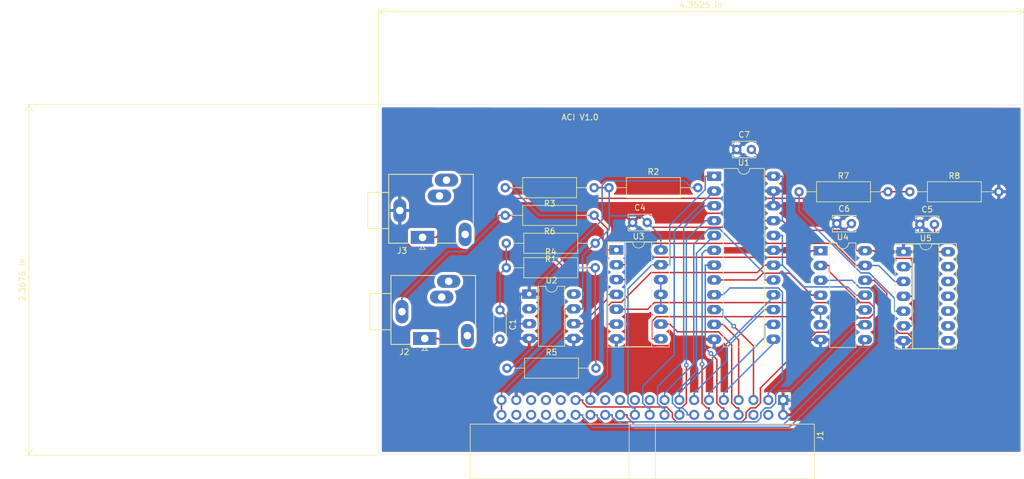
<source format=kicad_pcb>
(kicad_pcb (version 20171130) (host pcbnew "(5.1.5)-3")
  (layers (0 F.Cu signal) (31 B.Cu signal) (34 B.Paste user) (35 F.Paste user) (36 B.SilkS user) (37 F.SilkS user) (38 B.Mask user) (39 F.Mask user) (44 Edge.Cuts user))
  (net 0 "")
  (net 1 "Net-(C1-Pad2)")
  (net 2 "Net-(C1-Pad1)")
  (net 3 5V)
  (net 4 GND)
  (net 5 /A11)
  (net 6 ~4KCS)
  (net 7 /A10)
  (net 8 CLK1)
  (net 9 /A9)
  (net 10 /A8)
  (net 11 /A7)
  (net 12 /A6)
  (net 13 /A5)
  (net 14 /D7)
  (net 15 /A4)
  (net 16 /D6)
  (net 17 /A3)
  (net 18 /D5)
  (net 19 /A2)
  (net 20 /D4)
  (net 21 /A1)
  (net 22 /D3)
  (net 23 A0)
  (net 24 /D2)
  (net 25 /D1)
  (net 26 /D0)
  (net 27 "Net-(J2-PadS)")
  (net 28 "Net-(J3-PadT)")
  (net 29 "Net-(R2-Pad2)")
  (net 30 AUDIO_OUT)
  (net 31 "Net-(R7-Pad1)")
  (net 32 ~CS)
  (net 33 A00)
  (net 34 "Net-(U3-Pad10)")
  (net 35 "Net-(U3-Pad5)")
  (net 36 "Net-(U3-Pad3)")
  (net 37 "Net-(U3-Pad2)")
  (net 38 "Net-(U3-Pad8)")
  (net 39 "Net-(U5-Pad2)")
  (module Connector_IDC:IDC-Header_2x20_P2.54mm_Horizontal (layer F.Cu) (at 145.098 130.112 270)
    (fp_text reference J1 (at 6.105 -6.35 90) (layer F.SilkS))
    (fp_text value SystemBus)
    (pad 40 thru_hole oval (at 2.54 48.26 270) (size 1.7272 1.7272) (drill 1.016) (layers *.Cu *.Mask) (net 3 5V))
    (pad 39 thru_hole oval (at 0 48.26 270) (size 1.7272 1.7272) (drill 1.016) (layers *.Cu *.Mask) (net 3 5V))
    (pad 38 thru_hole oval (at 2.54 45.72 270) (size 1.7272 1.7272) (drill 1.016) (layers *.Cu *.Mask))
    (pad 37 thru_hole oval (at 0 45.72 270) (size 1.7272 1.7272) (drill 1.016) (layers *.Cu *.Mask) (net 4 GND))
    (pad 36 thru_hole oval (at 2.54 43.18 270) (size 1.7272 1.7272) (drill 1.016) (layers *.Cu *.Mask))
    (pad 35 thru_hole oval (at 0 43.18 270) (size 1.7272 1.7272) (drill 1.016) (layers *.Cu *.Mask))
    (pad 34 thru_hole oval (at 2.54 40.64 270) (size 1.7272 1.7272) (drill 1.016) (layers *.Cu *.Mask))
    (pad 33 thru_hole oval (at 0 40.64 270) (size 1.7272 1.7272) (drill 1.016) (layers *.Cu *.Mask))
    (pad 32 thru_hole oval (at 2.54 38.1 270) (size 1.7272 1.7272) (drill 1.016) (layers *.Cu *.Mask))
    (pad 31 thru_hole oval (at 0 38.1 270) (size 1.7272 1.7272) (drill 1.016) (layers *.Cu *.Mask))
    (pad 30 thru_hole oval (at 2.54 35.56 270) (size 1.7272 1.7272) (drill 1.016) (layers *.Cu *.Mask) (net 5 /A11))
    (pad 29 thru_hole oval (at 0 35.56 270) (size 1.7272 1.7272) (drill 1.016) (layers *.Cu *.Mask) (net 6 ~4KCS))
    (pad 28 thru_hole oval (at 2.54 33.02 270) (size 1.7272 1.7272) (drill 1.016) (layers *.Cu *.Mask) (net 7 /A10))
    (pad 27 thru_hole oval (at 0 33.02 270) (size 1.7272 1.7272) (drill 1.016) (layers *.Cu *.Mask) (net 8 CLK1))
    (pad 26 thru_hole oval (at 2.54 30.48 270) (size 1.7272 1.7272) (drill 1.016) (layers *.Cu *.Mask) (net 9 /A9))
    (pad 25 thru_hole oval (at 0 30.48 270) (size 1.7272 1.7272) (drill 1.016) (layers *.Cu *.Mask))
    (pad 24 thru_hole oval (at 2.54 27.94 270) (size 1.7272 1.7272) (drill 1.016) (layers *.Cu *.Mask) (net 10 /A8))
    (pad 23 thru_hole oval (at 0 27.94 270) (size 1.7272 1.7272) (drill 1.016) (layers *.Cu *.Mask))
    (pad 22 thru_hole oval (at 2.54 25.4 270) (size 1.7272 1.7272) (drill 1.016) (layers *.Cu *.Mask) (net 11 /A7))
    (pad 21 thru_hole oval (at 0 25.4 270) (size 1.7272 1.7272) (drill 1.016) (layers *.Cu *.Mask))
    (pad 20 thru_hole oval (at 2.54 22.86 270) (size 1.7272 1.7272) (drill 1.016) (layers *.Cu *.Mask) (net 12 /A6))
    (pad 19 thru_hole oval (at 0 22.86 270) (size 1.7272 1.7272) (drill 1.016) (layers *.Cu *.Mask))
    (pad 18 thru_hole oval (at 2.54 20.32 270) (size 1.7272 1.7272) (drill 1.016) (layers *.Cu *.Mask) (net 13 /A5))
    (pad 17 thru_hole oval (at 0 20.32 270) (size 1.7272 1.7272) (drill 1.016) (layers *.Cu *.Mask) (net 14 /D7))
    (pad 16 thru_hole oval (at 2.54 17.78 270) (size 1.7272 1.7272) (drill 1.016) (layers *.Cu *.Mask) (net 15 /A4))
    (pad 15 thru_hole oval (at 0 17.78 270) (size 1.7272 1.7272) (drill 1.016) (layers *.Cu *.Mask) (net 16 /D6))
    (pad 14 thru_hole oval (at 2.54 15.24 270) (size 1.7272 1.7272) (drill 1.016) (layers *.Cu *.Mask) (net 17 /A3))
    (pad 13 thru_hole oval (at 0 15.24 270) (size 1.7272 1.7272) (drill 1.016) (layers *.Cu *.Mask) (net 18 /D5))
    (pad 12 thru_hole oval (at 2.54 12.7 270) (size 1.7272 1.7272) (drill 1.016) (layers *.Cu *.Mask) (net 19 /A2))
    (pad 11 thru_hole oval (at 0 12.7 270) (size 1.7272 1.7272) (drill 1.016) (layers *.Cu *.Mask) (net 20 /D4))
    (pad 10 thru_hole oval (at 2.54 10.16 270) (size 1.7272 1.7272) (drill 1.016) (layers *.Cu *.Mask) (net 21 /A1))
    (pad 9 thru_hole oval (at 0 10.16 270) (size 1.7272 1.7272) (drill 1.016) (layers *.Cu *.Mask) (net 22 /D3))
    (pad 8 thru_hole oval (at 2.54 7.62 270) (size 1.7272 1.7272) (drill 1.016) (layers *.Cu *.Mask) (net 23 A0))
    (pad 7 thru_hole oval (at 0 7.62 270) (size 1.7272 1.7272) (drill 1.016) (layers *.Cu *.Mask) (net 24 /D2))
    (pad 6 thru_hole oval (at 2.54 5.08 270) (size 1.7272 1.7272) (drill 1.016) (layers *.Cu *.Mask))
    (pad 5 thru_hole oval (at 0 5.08 270) (size 1.7272 1.7272) (drill 1.016) (layers *.Cu *.Mask) (net 25 /D1))
    (pad 4 thru_hole oval (at 2.54 2.54 270) (size 1.7272 1.7272) (drill 1.016) (layers *.Cu *.Mask))
    (pad 3 thru_hole oval (at 0 2.54 270) (size 1.7272 1.7272) (drill 1.016) (layers *.Cu *.Mask) (net 26 /D0))
    (pad 2 thru_hole oval (at 2.54 0 270) (size 1.7272 1.7272) (drill 1.016) (layers *.Cu *.Mask) (net 4 GND))
    (pad 1 thru_hole rect (at 0 0 270) (size 1.7272 1.7272) (drill 1.016) (layers *.Cu *.Mask) (net 4 GND))
  )
  (module Capacitor_THT:C_Disc_D3.8mm_W2.6mm_P2.50mm (layer F.Cu) (at 137.16 87.1855)
    (fp_text reference C7 (at 1.25 -2.55) (layer F.SilkS))
    (fp_text value 10n)
    (pad 2 thru_hole circle (at 2.5 0) (size 1.6 1.6) (drill 0.8) (layers *.Cu *.Mask) (net 3 5V))
    (pad 1 thru_hole circle (at 0 0) (size 1.6 1.6) (drill 0.8) (layers *.Cu *.Mask) (net 4 GND))
  )
  (module Package_DIP:DIP-14_W7.62mm_Socket_LongPads (layer F.Cu) (at 165.735 104.712)
    (fp_text reference U5 (at 3.81 -2.33) (layer F.SilkS))
    (fp_text value 74LS74)
    (pad 14 thru_hole oval (at 7.62 0) (size 2.4 1.6) (drill 0.8) (layers *.Cu *.Mask) (net 3 5V))
    (pad 7 thru_hole oval (at 0 15.24) (size 2.4 1.6) (drill 0.8) (layers *.Cu *.Mask) (net 4 GND))
    (pad 13 thru_hole oval (at 7.62 2.54) (size 2.4 1.6) (drill 0.8) (layers *.Cu *.Mask))
    (pad 6 thru_hole oval (at 0 12.7) (size 2.4 1.6) (drill 0.8) (layers *.Cu *.Mask) (net 39 "Net-(U5-Pad2)"))
    (pad 12 thru_hole oval (at 7.62 5.08) (size 2.4 1.6) (drill 0.8) (layers *.Cu *.Mask))
    (pad 5 thru_hole oval (at 0 10.16) (size 2.4 1.6) (drill 0.8) (layers *.Cu *.Mask) (net 31 "Net-(R7-Pad1)"))
    (pad 11 thru_hole oval (at 7.62 7.62) (size 2.4 1.6) (drill 0.8) (layers *.Cu *.Mask))
    (pad 4 thru_hole oval (at 0 7.62) (size 2.4 1.6) (drill 0.8) (layers *.Cu *.Mask) (net 3 5V))
    (pad 10 thru_hole oval (at 7.62 10.16) (size 2.4 1.6) (drill 0.8) (layers *.Cu *.Mask))
    (pad 3 thru_hole oval (at 0 5.08) (size 2.4 1.6) (drill 0.8) (layers *.Cu *.Mask) (net 37 "Net-(U3-Pad2)"))
    (pad 9 thru_hole oval (at 7.62 12.7) (size 2.4 1.6) (drill 0.8) (layers *.Cu *.Mask))
    (pad 2 thru_hole oval (at 0 2.54) (size 2.4 1.6) (drill 0.8) (layers *.Cu *.Mask) (net 39 "Net-(U5-Pad2)"))
    (pad 8 thru_hole oval (at 7.62 15.24) (size 2.4 1.6) (drill 0.8) (layers *.Cu *.Mask))
    (pad 1 thru_hole rect (at 0 0) (size 2.4 1.6) (drill 0.8) (layers *.Cu *.Mask) (net 4 GND))
  )
  (module Package_DIP:DIP-14_W7.62mm_LongPads (layer F.Cu) (at 151.511 104.521)
    (fp_text reference U4 (at 3.81 -2.33) (layer F.SilkS))
    (fp_text value 74LS02)
    (pad 14 thru_hole oval (at 7.62 0) (size 2.4 1.6) (drill 0.8) (layers *.Cu *.Mask) (net 3 5V))
    (pad 7 thru_hole oval (at 0 15.24) (size 2.4 1.6) (drill 0.8) (layers *.Cu *.Mask) (net 4 GND))
    (pad 13 thru_hole oval (at 7.62 2.54) (size 2.4 1.6) (drill 0.8) (layers *.Cu *.Mask) (net 37 "Net-(U3-Pad2)"))
    (pad 6 thru_hole oval (at 0 12.7) (size 2.4 1.6) (drill 0.8) (layers *.Cu *.Mask) (net 38 "Net-(U3-Pad8)"))
    (pad 12 thru_hole oval (at 7.62 5.08) (size 2.4 1.6) (drill 0.8) (layers *.Cu *.Mask) (net 10 /A8))
    (pad 5 thru_hole oval (at 0 10.16) (size 2.4 1.6) (drill 0.8) (layers *.Cu *.Mask) (net 38 "Net-(U3-Pad8)"))
    (pad 11 thru_hole oval (at 7.62 7.62) (size 2.4 1.6) (drill 0.8) (layers *.Cu *.Mask) (net 32 ~CS))
    (pad 4 thru_hole oval (at 0 7.62) (size 2.4 1.6) (drill 0.8) (layers *.Cu *.Mask) (net 33 A00))
    (pad 10 thru_hole oval (at 7.62 10.16) (size 2.4 1.6) (drill 0.8) (layers *.Cu *.Mask) (net 35 "Net-(U3-Pad5)"))
    (pad 3 thru_hole oval (at 0 5.08) (size 2.4 1.6) (drill 0.8) (layers *.Cu *.Mask) (net 5 /A11))
    (pad 9 thru_hole oval (at 7.62 12.7) (size 2.4 1.6) (drill 0.8) (layers *.Cu *.Mask) (net 9 /A9))
    (pad 2 thru_hole oval (at 0 2.54) (size 2.4 1.6) (drill 0.8) (layers *.Cu *.Mask) (net 6 ~4KCS))
    (pad 8 thru_hole oval (at 7.62 15.24) (size 2.4 1.6) (drill 0.8) (layers *.Cu *.Mask) (net 7 /A10))
    (pad 1 thru_hole rect (at 0 0) (size 2.4 1.6) (drill 0.8) (layers *.Cu *.Mask) (net 36 "Net-(U3-Pad3)"))
  )
  (module Package_DIP:DIP-14_W7.62mm_Socket_LongPads (layer F.Cu) (at 116.522 104.394)
    (fp_text reference U3 (at 3.81 -2.33) (layer F.SilkS))
    (fp_text value 74LS10)
    (pad 14 thru_hole oval (at 7.62 0) (size 2.4 1.6) (drill 0.8) (layers *.Cu *.Mask) (net 3 5V))
    (pad 7 thru_hole oval (at 0 15.24) (size 2.4 1.6) (drill 0.8) (layers *.Cu *.Mask) (net 4 GND))
    (pad 13 thru_hole oval (at 7.62 2.54) (size 2.4 1.6) (drill 0.8) (layers *.Cu *.Mask) (net 11 /A7))
    (pad 6 thru_hole oval (at 0 12.7) (size 2.4 1.6) (drill 0.8) (layers *.Cu *.Mask) (net 32 ~CS))
    (pad 12 thru_hole oval (at 7.62 5.08) (size 2.4 1.6) (drill 0.8) (layers *.Cu *.Mask) (net 34 "Net-(U3-Pad10)"))
    (pad 5 thru_hole oval (at 0 10.16) (size 2.4 1.6) (drill 0.8) (layers *.Cu *.Mask) (net 35 "Net-(U3-Pad5)"))
    (pad 11 thru_hole oval (at 7.62 7.62) (size 2.4 1.6) (drill 0.8) (layers *.Cu *.Mask) (net 34 "Net-(U3-Pad10)"))
    (pad 4 thru_hole oval (at 0 7.62) (size 2.4 1.6) (drill 0.8) (layers *.Cu *.Mask) (net 8 CLK1))
    (pad 10 thru_hole oval (at 7.62 10.16) (size 2.4 1.6) (drill 0.8) (layers *.Cu *.Mask) (net 34 "Net-(U3-Pad10)"))
    (pad 3 thru_hole oval (at 0 5.08) (size 2.4 1.6) (drill 0.8) (layers *.Cu *.Mask) (net 36 "Net-(U3-Pad3)"))
    (pad 9 thru_hole oval (at 7.62 12.7) (size 2.4 1.6) (drill 0.8) (layers *.Cu *.Mask) (net 23 A0))
    (pad 2 thru_hole oval (at 0 2.54) (size 2.4 1.6) (drill 0.8) (layers *.Cu *.Mask) (net 37 "Net-(U3-Pad2)"))
    (pad 8 thru_hole oval (at 7.62 15.24) (size 2.4 1.6) (drill 0.8) (layers *.Cu *.Mask) (net 38 "Net-(U3-Pad8)"))
    (pad 1 thru_hole rect (at 0 0) (size 2.4 1.6) (drill 0.8) (layers *.Cu *.Mask) (net 30 AUDIO_OUT))
  )
  (module Package_DIP:DIP-8_W7.62mm_LongPads (layer F.Cu) (at 101.6 111.95)
    (fp_text reference U2 (at 3.81 -2.33) (layer F.SilkS))
    (fp_text value LM741)
    (pad 8 thru_hole oval (at 7.62 0) (size 2.4 1.6) (drill 0.8) (layers *.Cu *.Mask))
    (pad 4 thru_hole oval (at 0 7.62) (size 2.4 1.6) (drill 0.8) (layers *.Cu *.Mask) (net 4 GND))
    (pad 7 thru_hole oval (at 7.62 2.54) (size 2.4 1.6) (drill 0.8) (layers *.Cu *.Mask) (net 3 5V))
    (pad 3 thru_hole oval (at 0 5.08) (size 2.4 1.6) (drill 0.8) (layers *.Cu *.Mask) (net 2 "Net-(C1-Pad1)"))
    (pad 6 thru_hole oval (at 7.62 5.08) (size 2.4 1.6) (drill 0.8) (layers *.Cu *.Mask) (net 30 AUDIO_OUT))
    (pad 2 thru_hole oval (at 0 2.54) (size 2.4 1.6) (drill 0.8) (layers *.Cu *.Mask) (net 29 "Net-(R2-Pad2)"))
    (pad 5 thru_hole oval (at 7.62 7.62) (size 2.4 1.6) (drill 0.8) (layers *.Cu *.Mask) (net 4 GND))
    (pad 1 thru_hole rect (at 0 0) (size 2.4 1.6) (drill 0.8) (layers *.Cu *.Mask) (net 4 GND))
  )
  (module Package_DIP:DIP-24_W10.16mm_LongPads (layer F.Cu) (at 133.286 91.7575)
    (fp_text reference U1 (at 5.08 -2.33) (layer F.SilkS))
    (fp_text value AT28C16)
    (pad 24 thru_hole oval (at 10.16 0) (size 2.4 1.6) (drill 0.8) (layers *.Cu *.Mask) (net 3 5V))
    (pad 12 thru_hole oval (at 0 27.94) (size 2.4 1.6) (drill 0.8) (layers *.Cu *.Mask) (net 4 GND))
    (pad 23 thru_hole oval (at 10.16 2.54) (size 2.4 1.6) (drill 0.8) (layers *.Cu *.Mask) (net 4 GND))
    (pad 11 thru_hole oval (at 0 25.4) (size 2.4 1.6) (drill 0.8) (layers *.Cu *.Mask) (net 24 /D2))
    (pad 22 thru_hole oval (at 10.16 5.08) (size 2.4 1.6) (drill 0.8) (layers *.Cu *.Mask) (net 4 GND))
    (pad 10 thru_hole oval (at 0 22.86) (size 2.4 1.6) (drill 0.8) (layers *.Cu *.Mask) (net 25 /D1))
    (pad 21 thru_hole oval (at 10.16 7.62) (size 2.4 1.6) (drill 0.8) (layers *.Cu *.Mask) (net 3 5V))
    (pad 9 thru_hole oval (at 0 20.32) (size 2.4 1.6) (drill 0.8) (layers *.Cu *.Mask) (net 26 /D0))
    (pad 20 thru_hole oval (at 10.16 10.16) (size 2.4 1.6) (drill 0.8) (layers *.Cu *.Mask) (net 32 ~CS))
    (pad 8 thru_hole oval (at 0 17.78) (size 2.4 1.6) (drill 0.8) (layers *.Cu *.Mask) (net 33 A00))
    (pad 19 thru_hole oval (at 10.16 12.7) (size 2.4 1.6) (drill 0.8) (layers *.Cu *.Mask) (net 4 GND))
    (pad 7 thru_hole oval (at 0 15.24) (size 2.4 1.6) (drill 0.8) (layers *.Cu *.Mask) (net 21 /A1))
    (pad 18 thru_hole oval (at 10.16 15.24) (size 2.4 1.6) (drill 0.8) (layers *.Cu *.Mask) (net 32 ~CS))
    (pad 6 thru_hole oval (at 0 12.7) (size 2.4 1.6) (drill 0.8) (layers *.Cu *.Mask) (net 19 /A2))
    (pad 17 thru_hole oval (at 10.16 17.78) (size 2.4 1.6) (drill 0.8) (layers *.Cu *.Mask) (net 14 /D7))
    (pad 5 thru_hole oval (at 0 10.16) (size 2.4 1.6) (drill 0.8) (layers *.Cu *.Mask) (net 17 /A3))
    (pad 16 thru_hole oval (at 10.16 20.32) (size 2.4 1.6) (drill 0.8) (layers *.Cu *.Mask) (net 16 /D6))
    (pad 4 thru_hole oval (at 0 7.62) (size 2.4 1.6) (drill 0.8) (layers *.Cu *.Mask) (net 15 /A4))
    (pad 15 thru_hole oval (at 10.16 22.86) (size 2.4 1.6) (drill 0.8) (layers *.Cu *.Mask) (net 18 /D5))
    (pad 3 thru_hole oval (at 0 5.08) (size 2.4 1.6) (drill 0.8) (layers *.Cu *.Mask) (net 13 /A5))
    (pad 14 thru_hole oval (at 10.16 25.4) (size 2.4 1.6) (drill 0.8) (layers *.Cu *.Mask) (net 20 /D4))
    (pad 2 thru_hole oval (at 0 2.54) (size 2.4 1.6) (drill 0.8) (layers *.Cu *.Mask) (net 12 /A6))
    (pad 13 thru_hole oval (at 10.16 27.94) (size 2.4 1.6) (drill 0.8) (layers *.Cu *.Mask) (net 22 /D3))
    (pad 1 thru_hole rect (at 0 0) (size 2.4 1.6) (drill 0.8) (layers *.Cu *.Mask) (net 11 /A7))
  )
  (module Resistor_THT:R_Axial_DIN0309_L9.0mm_D3.2mm_P15.24mm_Horizontal (layer F.Cu) (at 166.814 94.4245)
    (fp_text reference R8 (at 7.62 -2.72) (layer F.SilkS))
    (fp_text value 10R)
    (pad 2 thru_hole oval (at 15.24 0) (size 1.6 1.6) (drill 0.8) (layers *.Cu *.Mask) (net 4 GND))
    (pad 1 thru_hole circle (at 0 0) (size 1.6 1.6) (drill 0.8) (layers *.Cu *.Mask) (net 28 "Net-(J3-PadT)"))
  )
  (module Resistor_THT:R_Axial_DIN0309_L9.0mm_D3.2mm_P15.24mm_Horizontal (layer F.Cu) (at 147.828 94.4245)
    (fp_text reference R7 (at 7.62 -2.72) (layer F.SilkS))
    (fp_text value 10K)
    (pad 2 thru_hole oval (at 15.24 0) (size 1.6 1.6) (drill 0.8) (layers *.Cu *.Mask) (net 28 "Net-(J3-PadT)"))
    (pad 1 thru_hole circle (at 0 0) (size 1.6 1.6) (drill 0.8) (layers *.Cu *.Mask) (net 31 "Net-(R7-Pad1)"))
  )
  (module Resistor_THT:R_Axial_DIN0309_L9.0mm_D3.2mm_P15.24mm_Horizontal (layer F.Cu) (at 112.713 98.4735 180)
    (fp_text reference R6 (at 7.62 -2.72) (layer F.SilkS))
    (fp_text value 47K)
    (pad 2 thru_hole oval (at 15.24 0 180) (size 1.6 1.6) (drill 0.8) (layers *.Cu *.Mask) (net 27 "Net-(J2-PadS)"))
    (pad 1 thru_hole circle (at 0 0 180) (size 1.6 1.6) (drill 0.8) (layers *.Cu *.Mask) (net 30 AUDIO_OUT))
  )
  (module Resistor_THT:R_Axial_DIN0309_L9.0mm_D3.2mm_P15.24mm_Horizontal (layer F.Cu) (at 97.79 124.65)
    (fp_text reference R5 (at 7.62 -2.72) (layer F.SilkS))
    (fp_text value 10K)
    (pad 2 thru_hole oval (at 15.24 0) (size 1.6 1.6) (drill 0.8) (layers *.Cu *.Mask) (net 27 "Net-(J2-PadS)"))
    (pad 1 thru_hole circle (at 0 0) (size 1.6 1.6) (drill 0.8) (layers *.Cu *.Mask) (net 29 "Net-(R2-Pad2)"))
  )
  (module Resistor_THT:R_Axial_DIN0309_L9.0mm_D3.2mm_P15.24mm_Horizontal (layer F.Cu) (at 97.663 107.442)
    (fp_text reference R4 (at 7.62 -2.72) (layer F.SilkS))
    (fp_text value 10K)
    (pad 2 thru_hole oval (at 15.24 0) (size 1.6 1.6) (drill 0.8) (layers *.Cu *.Mask) (net 27 "Net-(J2-PadS)"))
    (pad 1 thru_hole circle (at 0 0) (size 1.6 1.6) (drill 0.8) (layers *.Cu *.Mask) (net 2 "Net-(C1-Pad1)"))
  )
  (module Resistor_THT:R_Axial_DIN0309_L9.0mm_D3.2mm_P15.24mm_Horizontal (layer F.Cu) (at 112.713 93.7235 180)
    (fp_text reference R3 (at 7.62 -2.72) (layer F.SilkS))
    (fp_text value 3K)
    (pad 2 thru_hole oval (at 15.24 0 180) (size 1.6 1.6) (drill 0.8) (layers *.Cu *.Mask) (net 30 AUDIO_OUT))
    (pad 1 thru_hole circle (at 0 0 180) (size 1.6 1.6) (drill 0.8) (layers *.Cu *.Mask) (net 3 5V))
  )
  (module Resistor_THT:R_Axial_DIN0309_L9.0mm_D3.2mm_P15.24mm_Horizontal (layer F.Cu) (at 115.252 93.726)
    (fp_text reference R2 (at 7.62 -2.72) (layer F.SilkS))
    (fp_text value 10K)
    (pad 2 thru_hole oval (at 15.24 0) (size 1.6 1.6) (drill 0.8) (layers *.Cu *.Mask) (net 29 "Net-(R2-Pad2)"))
    (pad 1 thru_hole circle (at 0 0) (size 1.6 1.6) (drill 0.8) (layers *.Cu *.Mask) (net 3 5V))
  )
  (module Resistor_THT:R_Axial_DIN0309_L9.0mm_D3.2mm_P15.24mm_Horizontal (layer F.Cu) (at 112.903 103.251 180)
    (fp_text reference R1 (at 7.62 -2.72) (layer F.SilkS))
    (fp_text value 10K)
    (pad 2 thru_hole oval (at 15.24 0 180) (size 1.6 1.6) (drill 0.8) (layers *.Cu *.Mask) (net 2 "Net-(C1-Pad1)"))
    (pad 1 thru_hole circle (at 0 0 180) (size 1.6 1.6) (drill 0.8) (layers *.Cu *.Mask) (net 3 5V))
  )
  (module Connector_Audio:Jack_3.5mm_Ledino_KB3SPRS_Horizontal (layer F.Cu) (at 83.312 102.235)
    (fp_text reference J3 (at -3.5 2.3) (layer F.SilkS))
    (fp_text value "To Tape")
    (pad S thru_hole oval (at -3.9 -4.6) (size 2.2 4) (drill 1.3) (layers *.Cu *.Mask) (net 4 GND))
    (pad R thru_hole oval (at 4.1 -9.8) (size 4 2.2) (drill 1.3) (layers *.Cu *.Mask))
    (pad RN thru_hole oval (at 2.9 -7.1) (size 4 2.2) (drill 1.3) (layers *.Cu *.Mask))
    (pad TN thru_hole oval (at 7.3 -0.5 90) (size 4 2.2) (drill 1.3) (layers *.Cu *.Mask))
    (pad T thru_hole rect (at 0 0) (size 4 2.2) (drill 1.3) (layers *.Cu *.Mask) (net 28 "Net-(J3-PadT)"))
  )
  (module Connector_Audio:Jack_3.5mm_Ledino_KB3SPRS_Horizontal (layer F.Cu) (at 83.693 119.57)
    (fp_text reference J2 (at -3.5 2.3) (layer F.SilkS))
    (fp_text value "From Tape")
    (pad S thru_hole oval (at -3.9 -4.6) (size 2.2 4) (drill 1.3) (layers *.Cu *.Mask) (net 27 "Net-(J2-PadS)"))
    (pad R thru_hole oval (at 4.1 -9.8) (size 4 2.2) (drill 1.3) (layers *.Cu *.Mask))
    (pad RN thru_hole oval (at 2.9 -7.1) (size 4 2.2) (drill 1.3) (layers *.Cu *.Mask))
    (pad TN thru_hole oval (at 7.3 -0.5 90) (size 4 2.2) (drill 1.3) (layers *.Cu *.Mask))
    (pad T thru_hole rect (at 0 0) (size 4 2.2) (drill 1.3) (layers *.Cu *.Mask) (net 1 "Net-(C1-Pad2)"))
  )
  (module Capacitor_THT:C_Disc_D3.8mm_W2.6mm_P2.50mm (layer F.Cu) (at 154.305 99.8855)
    (fp_text reference C6 (at 1.25 -2.55) (layer F.SilkS))
    (fp_text value 10n)
    (pad 2 thru_hole circle (at 2.5 0) (size 1.6 1.6) (drill 0.8) (layers *.Cu *.Mask) (net 3 5V))
    (pad 1 thru_hole circle (at 0 0) (size 1.6 1.6) (drill 0.8) (layers *.Cu *.Mask) (net 4 GND))
  )
  (module Capacitor_THT:C_Disc_D3.8mm_W2.6mm_P2.50mm (layer F.Cu) (at 168.529 100.012)
    (fp_text reference C5 (at 1.25 -2.55) (layer F.SilkS))
    (fp_text value 10n)
    (pad 2 thru_hole circle (at 2.5 0) (size 1.6 1.6) (drill 0.8) (layers *.Cu *.Mask) (net 3 5V))
    (pad 1 thru_hole circle (at 0 0) (size 1.6 1.6) (drill 0.8) (layers *.Cu *.Mask) (net 4 GND))
  )
  (module Capacitor_THT:C_Disc_D3.8mm_W2.6mm_P2.50mm (layer F.Cu) (at 119.316 99.695)
    (fp_text reference C4 (at 1.25 -2.55) (layer F.SilkS))
    (fp_text value 10n)
    (pad 2 thru_hole circle (at 2.5 0) (size 1.6 1.6) (drill 0.8) (layers *.Cu *.Mask) (net 3 5V))
    (pad 1 thru_hole circle (at 0 0) (size 1.6 1.6) (drill 0.8) (layers *.Cu *.Mask) (net 4 GND))
  )
  (module Capacitor_THT:C_Disc_D4.3mm_W1.9mm_P5.00mm (layer F.Cu) (at 96.5835 114.681 270)
    (fp_text reference C1 (at 2.5 -2.2 90) (layer F.SilkS))
    (fp_text value 10n)
    (pad 2 thru_hole circle (at 5 0 270) (size 1.6 1.6) (drill 0.8) (layers *.Cu *.Mask) (net 1 "Net-(C1-Pad2)"))
    (pad 1 thru_hole circle (at 0 0 270) (size 1.6 1.6) (drill 0.8) (layers *.Cu *.Mask) (net 2 "Net-(C1-Pad1)"))
  )
  (gr_text "ACI V1.0" (at 110.2995 81.661) (layer F.SilkS) (effects (font (size 1 1))))
  (gr_line (start 186.309 139.5095) (end 75.819 139.5095) (layer Edge.Cuts) (width 0.05))
  (gr_line (start 75.819 79.4385) (end 186.309 79.502) (layer Edge.Cuts) (width 0.05))
  (gr_line (start 186.309 79.502) (end 186.309 139.5095) (layer Edge.Cuts) (width 0.05))
  (gr_line (start 75.819 79.4385) (end 75.819 139.5095) (layer Edge.Cuts) (width 0.05))
  (dimension 110.5535 (width 0.12) (layer F.SilkS) (gr_text "110.553 mm" (at 131.03225 62.2935) (layer F.SilkS) (effects (font (size 1 1) (thickness 0.15)))) (feature1 (pts (xy 186.309 79.502) (xy 186.309 62.977079))) (feature2 (pts (xy 75.7555 79.502) (xy 75.7555 62.977079))) (crossbar (pts (xy 75.7555 63.5635) (xy 186.309 63.5635))) (arrow1a (pts (xy 186.309 63.5635) (xy 185.182496 64.149921))) (arrow1b (pts (xy 186.309 63.5635) (xy 185.182496 62.977079))) (arrow2a (pts (xy 75.7555 63.5635) (xy 76.882004 64.149921))) (arrow2b (pts (xy 75.7555 63.5635) (xy 76.882004 62.977079))))
  (dimension 60.1345 (width 0.12) (layer F.SilkS) (gr_text "60.135 mm" (at 14.605 109.50575 90) (layer F.SilkS) (effects (font (size 1 1) (thickness 0.15)))) (feature1 (pts (xy 75.565 79.4385) (xy 15.288579 79.4385))) (feature2 (pts (xy 75.565 139.573) (xy 15.288579 139.573))) (crossbar (pts (xy 15.875 139.573) (xy 15.875 79.4385))) (arrow1a (pts (xy 15.875 79.4385) (xy 16.461421 80.565004))) (arrow1b (pts (xy 15.875 79.4385) (xy 15.288579 80.565004))) (arrow2a (pts (xy 15.875 139.573) (xy 16.461421 138.446496))) (arrow2b (pts (xy 15.875 139.573) (xy 15.288579 138.446496))))
  (segment (start 83.693 119.57) (end 86.0183 119.57) (width 0.25) (layer F.Cu) (net 1))
  (segment (start 96.5835 119.681) (end 94.8594 121.4051) (width 0.25) (layer F.Cu) (net 1))
  (segment (start 94.8594 121.4051) (end 87.8534 121.4051) (width 0.25) (layer F.Cu) (net 1))
  (segment (start 87.8534 121.4051) (end 86.0183 119.57) (width 0.25) (layer F.Cu) (net 1))
  (segment (start 96.5835 114.681) (end 96.5835 108.5215) (width 0.25) (layer B.Cu) (net 2))
  (segment (start 96.5835 108.5215) (end 97.663 107.442) (width 0.25) (layer B.Cu) (net 2))
  (segment (start 101.6 117.03) (end 98.9325 117.03) (width 0.25) (layer F.Cu) (net 2))
  (segment (start 98.9325 117.03) (end 96.5835 114.681) (width 0.25) (layer F.Cu) (net 2))
  (segment (start 97.663 103.251) (end 97.663 107.442) (width 0.25) (layer B.Cu) (net 2))
  (segment (start 112.903 103.251) (end 110.7453 105.4087) (width 0.25) (layer B.Cu) (net 3))
  (segment (start 110.7453 105.4087) (end 110.7453 114.49) (width 0.25) (layer B.Cu) (net 3))
  (segment (start 112.903 103.251) (end 115.2937 100.8603) (width 0.25) (layer B.Cu) (net 3))
  (segment (start 115.2937 100.8603) (end 115.2937 98.5552) (width 0.25) (layer B.Cu) (net 3))
  (segment (start 109.22 114.49) (end 110.7453 114.49) (width 0.25) (layer B.Cu) (net 3))
  (segment (start 143.446 99.3775) (end 141.9207 99.3775) (width 0.25) (layer F.Cu) (net 3))
  (segment (start 121.816 99.695) (end 122.6271 100.5061) (width 0.25) (layer F.Cu) (net 3))
  (segment (start 122.6271 100.5061) (end 140.7921 100.5061) (width 0.25) (layer F.Cu) (net 3))
  (segment (start 140.7921 100.5061) (end 141.9207 99.3775) (width 0.25) (layer F.Cu) (net 3))
  (segment (start 124.142 104.394) (end 124.142 102.021) (width 0.25) (layer B.Cu) (net 3))
  (segment (start 124.142 102.021) (end 121.816 99.695) (width 0.25) (layer B.Cu) (net 3))
  (segment (start 115.2937 98.5552) (end 120.6762 98.5552) (width 0.25) (layer B.Cu) (net 3))
  (segment (start 120.6762 98.5552) (end 121.816 99.695) (width 0.25) (layer B.Cu) (net 3))
  (segment (start 115.2937 98.5552) (end 115.2937 93.7677) (width 0.25) (layer B.Cu) (net 3))
  (segment (start 115.2937 93.7677) (end 115.252 93.726) (width 0.25) (layer B.Cu) (net 3))
  (segment (start 115.252 93.726) (end 112.7155 93.726) (width 0.25) (layer F.Cu) (net 3))
  (segment (start 112.7155 93.726) (end 112.713 93.7235) (width 0.25) (layer F.Cu) (net 3))
  (segment (start 171.8297 104.712) (end 171.029 103.9113) (width 0.25) (layer F.Cu) (net 3))
  (segment (start 171.029 103.9113) (end 171.029 100.012) (width 0.25) (layer F.Cu) (net 3))
  (segment (start 167.2603 105.8373) (end 170.7044 105.8373) (width 0.25) (layer F.Cu) (net 3))
  (segment (start 170.7044 105.8373) (end 171.8297 104.712) (width 0.25) (layer F.Cu) (net 3))
  (segment (start 160.6563 104.521) (end 161.9726 105.8373) (width 0.25) (layer F.Cu) (net 3))
  (segment (start 161.9726 105.8373) (end 167.2603 105.8373) (width 0.25) (layer F.Cu) (net 3))
  (segment (start 167.2603 105.8373) (end 167.2603 112.332) (width 0.25) (layer F.Cu) (net 3))
  (segment (start 165.735 112.332) (end 167.2603 112.332) (width 0.25) (layer F.Cu) (net 3))
  (segment (start 155.6502 101.0403) (end 146.6341 101.0403) (width 0.25) (layer F.Cu) (net 3))
  (segment (start 146.6341 101.0403) (end 144.9713 99.3775) (width 0.25) (layer F.Cu) (net 3))
  (segment (start 156.805 99.8855) (end 155.6502 101.0403) (width 0.25) (layer F.Cu) (net 3))
  (segment (start 155.6502 101.0403) (end 157.6057 102.9958) (width 0.25) (layer F.Cu) (net 3))
  (segment (start 157.6057 102.9958) (end 157.6057 104.521) (width 0.25) (layer F.Cu) (net 3))
  (segment (start 159.131 104.521) (end 157.6057 104.521) (width 0.25) (layer F.Cu) (net 3))
  (segment (start 143.446 91.7575) (end 141.9207 91.7575) (width 0.25) (layer F.Cu) (net 3))
  (segment (start 141.9207 91.7575) (end 141.9207 89.4462) (width 0.25) (layer F.Cu) (net 3))
  (segment (start 141.9207 89.4462) (end 139.66 87.1855) (width 0.25) (layer F.Cu) (net 3))
  (segment (start 143.446 91.7575) (end 144.9713 91.7575) (width 0.25) (layer B.Cu) (net 3))
  (segment (start 143.446 99.3775) (end 144.9713 99.3775) (width 0.25) (layer B.Cu) (net 3))
  (segment (start 144.9713 99.3775) (end 144.9713 91.7575) (width 0.25) (layer B.Cu) (net 3))
  (segment (start 109.22 114.49) (end 107.6947 114.49) (width 0.25) (layer B.Cu) (net 3))
  (segment (start 107.6947 114.49) (end 107.6947 118.0664) (width 0.25) (layer B.Cu) (net 3))
  (segment (start 107.6947 118.0664) (end 96.838 128.9231) (width 0.25) (layer B.Cu) (net 3))
  (segment (start 96.838 130.112) (end 96.838 128.9231) (width 0.25) (layer B.Cu) (net 3))
  (segment (start 96.838 130.112) (end 96.838 132.652) (width 0.25) (layer F.Cu) (net 3))
  (segment (start 173.355 104.712) (end 171.8297 104.712) (width 0.25) (layer F.Cu) (net 3))
  (segment (start 159.131 104.521) (end 160.6563 104.521) (width 0.25) (layer F.Cu) (net 3))
  (segment (start 143.446 99.3775) (end 144.9713 99.3775) (width 0.25) (layer F.Cu) (net 3))
  (segment (start 133.286 119.6975) (end 131.7607 119.6975) (width 0.25) (layer F.Cu) (net 4))
  (segment (start 116.522 119.634) (end 118.0473 119.634) (width 0.25) (layer F.Cu) (net 4))
  (segment (start 118.0473 119.634) (end 119.1844 120.7711) (width 0.25) (layer F.Cu) (net 4))
  (segment (start 119.1844 120.7711) (end 130.6871 120.7711) (width 0.25) (layer F.Cu) (net 4))
  (segment (start 130.6871 120.7711) (end 131.7607 119.6975) (width 0.25) (layer F.Cu) (net 4))
  (segment (start 110.7453 119.57) (end 110.8093 119.634) (width 0.25) (layer F.Cu) (net 4))
  (segment (start 110.8093 119.634) (end 116.522 119.634) (width 0.25) (layer F.Cu) (net 4))
  (segment (start 165.735 104.712) (end 164.2097 104.712) (width 0.25) (layer B.Cu) (net 4))
  (segment (start 154.305 99.8855) (end 155.7483 101.3288) (width 0.25) (layer B.Cu) (net 4))
  (segment (start 155.7483 101.3288) (end 160.8265 101.3288) (width 0.25) (layer B.Cu) (net 4))
  (segment (start 160.8265 101.3288) (end 164.2097 104.712) (width 0.25) (layer B.Cu) (net 4))
  (segment (start 143.446 96.8375) (end 141.9207 96.8375) (width 0.25) (layer F.Cu) (net 4))
  (segment (start 119.316 99.695) (end 120.9035 98.1075) (width 0.25) (layer F.Cu) (net 4))
  (segment (start 120.9035 98.1075) (end 140.6507 98.1075) (width 0.25) (layer F.Cu) (net 4))
  (segment (start 140.6507 98.1075) (end 141.9207 96.8375) (width 0.25) (layer F.Cu) (net 4))
  (segment (start 101.6 119.57) (end 107.6947 119.57) (width 0.25) (layer F.Cu) (net 4))
  (segment (start 109.22 119.57) (end 107.6947 119.57) (width 0.25) (layer F.Cu) (net 4))
  (segment (start 101.6 119.57) (end 101.6 126.7011) (width 0.25) (layer F.Cu) (net 4))
  (segment (start 101.6 126.7011) (end 99.378 128.9231) (width 0.25) (layer F.Cu) (net 4))
  (segment (start 109.22 119.57) (end 110.7453 119.57) (width 0.25) (layer F.Cu) (net 4))
  (segment (start 152.987 120.9198) (end 152.987 123.4119) (width 0.25) (layer F.Cu) (net 4))
  (segment (start 152.987 123.4119) (end 146.2869 130.112) (width 0.25) (layer F.Cu) (net 4))
  (segment (start 152.9869 119.761) (end 152.987 119.761) (width 0.25) (layer F.Cu) (net 4))
  (segment (start 152.987 119.761) (end 152.987 120.9198) (width 0.25) (layer F.Cu) (net 4))
  (segment (start 164.2097 119.952) (end 163.2419 120.9198) (width 0.25) (layer F.Cu) (net 4))
  (segment (start 163.2419 120.9198) (end 152.987 120.9198) (width 0.25) (layer F.Cu) (net 4))
  (segment (start 165.735 119.952) (end 164.2097 119.952) (width 0.25) (layer F.Cu) (net 4))
  (segment (start 145.098 130.112) (end 146.2869 130.112) (width 0.25) (layer F.Cu) (net 4))
  (segment (start 151.511 119.761) (end 152.9869 119.761) (width 0.25) (layer F.Cu) (net 4))
  (segment (start 116.522 119.634) (end 118.0473 119.634) (width 0.25) (layer B.Cu) (net 4))
  (segment (start 118.0473 119.634) (end 118.0473 100.9637) (width 0.25) (layer B.Cu) (net 4))
  (segment (start 118.0473 100.9637) (end 119.316 99.695) (width 0.25) (layer B.Cu) (net 4))
  (segment (start 99.378 130.112) (end 99.378 128.9231) (width 0.25) (layer F.Cu) (net 4))
  (segment (start 101.6 119.57) (end 100.0747 119.57) (width 0.25) (layer B.Cu) (net 4))
  (segment (start 101.6 111.95) (end 100.0747 111.95) (width 0.25) (layer B.Cu) (net 4))
  (segment (start 100.0747 111.95) (end 100.0747 119.57) (width 0.25) (layer B.Cu) (net 4))
  (segment (start 79.412 97.635) (end 79.412 101.9584) (width 0.25) (layer F.Cu) (net 4))
  (segment (start 79.412 101.9584) (end 81.514 104.0604) (width 0.25) (layer F.Cu) (net 4))
  (segment (start 81.514 104.0604) (end 85.6114 104.0604) (width 0.25) (layer F.Cu) (net 4))
  (segment (start 85.6114 104.0604) (end 93.501 111.95) (width 0.25) (layer F.Cu) (net 4))
  (segment (start 93.501 111.95) (end 101.6 111.95) (width 0.25) (layer F.Cu) (net 4))
  (segment (start 182.054 94.4245) (end 174.1165 94.4245) (width 0.25) (layer F.Cu) (net 4))
  (segment (start 174.1165 94.4245) (end 168.529 100.012) (width 0.25) (layer F.Cu) (net 4))
  (segment (start 154.305 99.8855) (end 151.257 96.8375) (width 0.25) (layer F.Cu) (net 4))
  (segment (start 151.257 96.8375) (end 143.446 96.8375) (width 0.25) (layer F.Cu) (net 4))
  (segment (start 168.529 100.012) (end 168.529 103.4433) (width 0.25) (layer B.Cu) (net 4))
  (segment (start 168.529 103.4433) (end 167.2603 104.712) (width 0.25) (layer B.Cu) (net 4))
  (segment (start 165.735 104.712) (end 167.2603 104.712) (width 0.25) (layer B.Cu) (net 4))
  (segment (start 165.735 119.952) (end 167.2603 119.952) (width 0.25) (layer B.Cu) (net 4))
  (segment (start 167.2603 119.952) (end 167.7323 119.48) (width 0.25) (layer B.Cu) (net 4))
  (segment (start 167.7323 119.48) (end 167.7323 105.184) (width 0.25) (layer B.Cu) (net 4))
  (segment (start 167.7323 105.184) (end 167.2603 104.712) (width 0.25) (layer B.Cu) (net 4))
  (segment (start 143.446 96.8375) (end 141.9207 96.8375) (width 0.25) (layer B.Cu) (net 4))
  (segment (start 143.446 104.4575) (end 141.9207 104.4575) (width 0.25) (layer B.Cu) (net 4))
  (segment (start 141.9207 104.4575) (end 141.9207 96.8375) (width 0.25) (layer B.Cu) (net 4))
  (segment (start 143.446 96.8375) (end 143.446 94.2975) (width 0.25) (layer B.Cu) (net 4))
  (segment (start 145.098 130.112) (end 145.098 132.652) (width 0.25) (layer F.Cu) (net 4))
  (segment (start 143.446 94.2975) (end 141.9207 94.2975) (width 0.25) (layer B.Cu) (net 4))
  (segment (start 141.9207 94.2975) (end 141.9207 91.9462) (width 0.25) (layer B.Cu) (net 4))
  (segment (start 141.9207 91.9462) (end 137.16 87.1855) (width 0.25) (layer B.Cu) (net 4))
  (segment (start 109.538 132.652) (end 110.7269 132.652) (width 0.25) (layer B.Cu) (net 5))
  (segment (start 151.511 109.601) (end 156.9308 109.601) (width 0.25) (layer B.Cu) (net 5))
  (segment (start 156.9308 109.601) (end 158.2008 110.871) (width 0.25) (layer B.Cu) (net 5))
  (segment (start 158.2008 110.871) (end 159.8768 110.871) (width 0.25) (layer B.Cu) (net 5))
  (segment (start 159.8768 110.871) (end 160.6852 111.6794) (width 0.25) (layer B.Cu) (net 5))
  (segment (start 160.6852 111.6794) (end 160.6852 120.2631) (width 0.25) (layer B.Cu) (net 5))
  (segment (start 160.6852 120.2631) (end 146.1842 134.7641) (width 0.25) (layer B.Cu) (net 5))
  (segment (start 146.1842 134.7641) (end 112.4675 134.7641) (width 0.25) (layer B.Cu) (net 5))
  (segment (start 112.4675 134.7641) (end 110.7269 133.0235) (width 0.25) (layer B.Cu) (net 5))
  (segment (start 110.7269 133.0235) (end 110.7269 132.652) (width 0.25) (layer B.Cu) (net 5))
  (segment (start 109.538 130.112) (end 110.7269 130.112) (width 0.25) (layer F.Cu) (net 6))
  (segment (start 151.511 107.061) (end 153.0363 107.061) (width 0.25) (layer F.Cu) (net 6))
  (segment (start 153.0363 107.061) (end 153.0363 108.1096) (width 0.25) (layer F.Cu) (net 6))
  (segment (start 153.0363 108.1096) (end 158.3377 113.411) (width 0.25) (layer F.Cu) (net 6))
  (segment (start 158.3377 113.411) (end 159.8709 113.411) (width 0.25) (layer F.Cu) (net 6))
  (segment (start 159.8709 113.411) (end 160.6967 114.2368) (width 0.25) (layer F.Cu) (net 6))
  (segment (start 160.6967 114.2368) (end 160.6967 115.2255) (width 0.25) (layer F.Cu) (net 6))
  (segment (start 160.6967 115.2255) (end 159.8731 116.0491) (width 0.25) (layer F.Cu) (net 6))
  (segment (start 159.8731 116.0491) (end 156.681 116.0491) (width 0.25) (layer F.Cu) (net 6))
  (segment (start 156.681 116.0491) (end 154.2391 118.491) (width 0.25) (layer F.Cu) (net 6))
  (segment (start 154.2391 118.491) (end 150.7707 118.491) (width 0.25) (layer F.Cu) (net 6))
  (segment (start 150.7707 118.491) (end 141.207 128.0547) (width 0.25) (layer F.Cu) (net 6))
  (segment (start 141.207 128.0547) (end 141.207 130.6263) (width 0.25) (layer F.Cu) (net 6))
  (segment (start 141.207 130.6263) (end 140.3703 131.463) (width 0.25) (layer F.Cu) (net 6))
  (segment (start 140.3703 131.463) (end 139.5037 131.463) (width 0.25) (layer F.Cu) (net 6))
  (segment (start 139.5037 131.463) (end 138.748 132.2187) (width 0.25) (layer F.Cu) (net 6))
  (segment (start 138.748 132.2187) (end 138.748 133.1313) (width 0.25) (layer F.Cu) (net 6))
  (segment (start 138.748 133.1313) (end 138.016 133.8633) (width 0.25) (layer F.Cu) (net 6))
  (segment (start 138.016 133.8633) (end 126.8445 133.8633) (width 0.25) (layer F.Cu) (net 6))
  (segment (start 126.8445 133.8633) (end 126.129 133.1478) (width 0.25) (layer F.Cu) (net 6))
  (segment (start 126.129 133.1478) (end 126.129 132.3206) (width 0.25) (layer F.Cu) (net 6))
  (segment (start 126.129 132.3206) (end 125.1093 131.3009) (width 0.25) (layer F.Cu) (net 6))
  (segment (start 125.1093 131.3009) (end 111.5442 131.3009) (width 0.25) (layer F.Cu) (net 6))
  (segment (start 111.5442 131.3009) (end 110.7269 130.4836) (width 0.25) (layer F.Cu) (net 6))
  (segment (start 110.7269 130.4836) (end 110.7269 130.112) (width 0.25) (layer F.Cu) (net 6))
  (segment (start 112.078 132.652) (end 113.2669 132.652) (width 0.25) (layer B.Cu) (net 7))
  (segment (start 159.131 119.761) (end 159.131 120.3634) (width 0.25) (layer B.Cu) (net 7))
  (segment (start 159.131 120.3634) (end 145.1906 134.3038) (width 0.25) (layer B.Cu) (net 7))
  (segment (start 145.1906 134.3038) (end 114.5472 134.3038) (width 0.25) (layer B.Cu) (net 7))
  (segment (start 114.5472 134.3038) (end 113.2669 133.0235) (width 0.25) (layer B.Cu) (net 7))
  (segment (start 113.2669 133.0235) (end 113.2669 132.652) (width 0.25) (layer B.Cu) (net 7))
  (segment (start 112.078 130.112) (end 112.078 128.9231) (width 0.25) (layer B.Cu) (net 8))
  (segment (start 116.522 112.014) (end 114.9967 112.014) (width 0.25) (layer B.Cu) (net 8))
  (segment (start 114.9967 112.014) (end 114.9967 126.0044) (width 0.25) (layer B.Cu) (net 8))
  (segment (start 114.9967 126.0044) (end 112.078 128.9231) (width 0.25) (layer B.Cu) (net 8))
  (segment (start 114.618 132.652) (end 115.8069 132.652) (width 0.25) (layer B.Cu) (net 9))
  (segment (start 159.131 117.221) (end 157.6057 117.221) (width 0.25) (layer B.Cu) (net 9))
  (segment (start 157.6057 117.221) (end 146.339 128.4877) (width 0.25) (layer B.Cu) (net 9))
  (segment (start 146.339 128.4877) (end 144.4719 128.4877) (width 0.25) (layer B.Cu) (net 9))
  (segment (start 144.4719 128.4877) (end 143.828 129.1316) (width 0.25) (layer B.Cu) (net 9))
  (segment (start 143.828 129.1316) (end 143.828 130.5858) (width 0.25) (layer B.Cu) (net 9))
  (segment (start 143.828 130.5858) (end 142.9508 131.463) (width 0.25) (layer B.Cu) (net 9))
  (segment (start 142.9508 131.463) (end 142.0437 131.463) (width 0.25) (layer B.Cu) (net 9))
  (segment (start 142.0437 131.463) (end 141.288 132.2187) (width 0.25) (layer B.Cu) (net 9))
  (segment (start 141.288 132.2187) (end 141.288 133.1313) (width 0.25) (layer B.Cu) (net 9))
  (segment (start 141.288 133.1313) (end 140.5671 133.8522) (width 0.25) (layer B.Cu) (net 9))
  (segment (start 140.5671 133.8522) (end 116.6376 133.8522) (width 0.25) (layer B.Cu) (net 9))
  (segment (start 116.6376 133.8522) (end 115.8069 133.0215) (width 0.25) (layer B.Cu) (net 9))
  (segment (start 115.8069 133.0215) (end 115.8069 132.652) (width 0.25) (layer B.Cu) (net 9))
  (segment (start 117.158 132.652) (end 118.3469 132.652) (width 0.25) (layer F.Cu) (net 10))
  (segment (start 159.131 109.601) (end 160.6563 109.601) (width 0.25) (layer F.Cu) (net 10))
  (segment (start 160.6563 109.601) (end 162.8446 111.7893) (width 0.25) (layer F.Cu) (net 10))
  (segment (start 162.8446 111.7893) (end 162.8446 116.5205) (width 0.25) (layer F.Cu) (net 10))
  (segment (start 162.8446 116.5205) (end 165.0061 118.682) (width 0.25) (layer F.Cu) (net 10))
  (segment (start 165.0061 118.682) (end 166.4568 118.682) (width 0.25) (layer F.Cu) (net 10))
  (segment (start 166.4568 118.682) (end 167.2672 119.4924) (width 0.25) (layer F.Cu) (net 10))
  (segment (start 167.2672 119.4924) (end 167.2672 120.4178) (width 0.25) (layer F.Cu) (net 10))
  (segment (start 167.2672 120.4178) (end 153.3713 134.3137) (width 0.25) (layer F.Cu) (net 10))
  (segment (start 153.3713 134.3137) (end 119.6371 134.3137) (width 0.25) (layer F.Cu) (net 10))
  (segment (start 119.6371 134.3137) (end 118.3469 133.0235) (width 0.25) (layer F.Cu) (net 10))
  (segment (start 118.3469 133.0235) (end 118.3469 132.652) (width 0.25) (layer F.Cu) (net 10))
  (segment (start 124.142 106.934) (end 125.6673 106.934) (width 0.25) (layer B.Cu) (net 11))
  (segment (start 133.286 91.7575) (end 131.7607 91.7575) (width 0.25) (layer B.Cu) (net 11))
  (segment (start 131.7607 91.7575) (end 131.7607 94.0489) (width 0.25) (layer B.Cu) (net 11))
  (segment (start 131.7607 94.0489) (end 125.6673 100.1423) (width 0.25) (layer B.Cu) (net 11))
  (segment (start 125.6673 100.1423) (end 125.6673 106.934) (width 0.25) (layer B.Cu) (net 11))
  (segment (start 124.142 106.934) (end 122.6167 106.934) (width 0.25) (layer B.Cu) (net 11))
  (segment (start 122.6167 106.934) (end 118.5091 111.0416) (width 0.25) (layer B.Cu) (net 11))
  (segment (start 118.5091 111.0416) (end 118.5091 130.6458) (width 0.25) (layer B.Cu) (net 11))
  (segment (start 118.5091 130.6458) (end 119.3264 131.4631) (width 0.25) (layer B.Cu) (net 11))
  (segment (start 119.3264 131.4631) (end 119.698 131.4631) (width 0.25) (layer B.Cu) (net 11))
  (segment (start 119.698 132.652) (end 119.698 131.4631) (width 0.25) (layer B.Cu) (net 11))
  (segment (start 133.286 94.2975) (end 126.4395 101.144) (width 0.25) (layer B.Cu) (net 12))
  (segment (start 126.4395 101.144) (end 126.4395 122.3784) (width 0.25) (layer B.Cu) (net 12))
  (segment (start 126.4395 122.3784) (end 121.0491 127.7688) (width 0.25) (layer B.Cu) (net 12))
  (segment (start 121.0491 127.7688) (end 121.0491 130.6458) (width 0.25) (layer B.Cu) (net 12))
  (segment (start 121.0491 130.6458) (end 121.8664 131.4631) (width 0.25) (layer B.Cu) (net 12))
  (segment (start 121.8664 131.4631) (end 122.238 131.4631) (width 0.25) (layer B.Cu) (net 12))
  (segment (start 122.238 132.652) (end 122.238 131.4631) (width 0.25) (layer B.Cu) (net 12))
  (segment (start 124.778 132.652) (end 124.778 131.4631) (width 0.25) (layer B.Cu) (net 13))
  (segment (start 133.286 96.8375) (end 131.7607 96.8375) (width 0.25) (layer B.Cu) (net 13))
  (segment (start 131.7607 96.8375) (end 128.0565 100.5417) (width 0.25) (layer B.Cu) (net 13))
  (segment (start 128.0565 100.5417) (end 128.0565 123.3683) (width 0.25) (layer B.Cu) (net 13))
  (segment (start 128.0565 123.3683) (end 123.5891 127.8357) (width 0.25) (layer B.Cu) (net 13))
  (segment (start 123.5891 127.8357) (end 123.5891 130.6458) (width 0.25) (layer B.Cu) (net 13))
  (segment (start 123.5891 130.6458) (end 124.4064 131.4631) (width 0.25) (layer B.Cu) (net 13))
  (segment (start 124.4064 131.4631) (end 124.778 131.4631) (width 0.25) (layer B.Cu) (net 13))
  (segment (start 124.778 128.9231) (end 129.7878 123.9133) (width 0.25) (layer B.Cu) (net 14))
  (segment (start 129.7878 123.9133) (end 129.7878 103.3944) (width 0.25) (layer B.Cu) (net 14))
  (segment (start 129.7878 103.3944) (end 132.3941 100.7881) (width 0.25) (layer B.Cu) (net 14))
  (segment (start 132.3941 100.7881) (end 134.2199 100.7881) (width 0.25) (layer B.Cu) (net 14))
  (segment (start 134.2199 100.7881) (end 141.9207 108.4889) (width 0.25) (layer B.Cu) (net 14))
  (segment (start 141.9207 108.4889) (end 141.9207 109.5375) (width 0.25) (layer B.Cu) (net 14))
  (segment (start 124.778 130.112) (end 124.778 128.9231) (width 0.25) (layer B.Cu) (net 14))
  (segment (start 143.446 109.5375) (end 141.9207 109.5375) (width 0.25) (layer B.Cu) (net 14))
  (segment (start 128.5069 124.128) (end 128.5069 102.6313) (width 0.25) (layer B.Cu) (net 15))
  (segment (start 128.5069 102.6313) (end 131.7607 99.3775) (width 0.25) (layer B.Cu) (net 15))
  (segment (start 128.5069 124.128) (end 128.5069 130.6458) (width 0.25) (layer F.Cu) (net 15))
  (segment (start 128.5069 130.6458) (end 127.6896 131.4631) (width 0.25) (layer F.Cu) (net 15))
  (segment (start 127.6896 131.4631) (end 127.318 131.4631) (width 0.25) (layer F.Cu) (net 15))
  (segment (start 133.286 99.3775) (end 131.7607 99.3775) (width 0.25) (layer B.Cu) (net 15))
  (segment (start 127.318 132.652) (end 127.318 131.4631) (width 0.25) (layer F.Cu) (net 15))
  (via (at 128.5069 124.128) (size 0.8) (layers F.Cu B.Cu) (net 15))
  (segment (start 127.318 130.112) (end 127.318 128.9231) (width 0.25) (layer B.Cu) (net 16))
  (segment (start 143.446 112.0775) (end 143.446 112.441) (width 0.25) (layer B.Cu) (net 16))
  (segment (start 143.446 112.441) (end 132.9966 122.8904) (width 0.25) (layer B.Cu) (net 16))
  (segment (start 132.9966 122.8904) (end 132.9966 123.2445) (width 0.25) (layer B.Cu) (net 16))
  (segment (start 132.9966 123.2445) (end 127.318 128.9231) (width 0.25) (layer B.Cu) (net 16))
  (segment (start 129.858 132.652) (end 128.6691 132.652) (width 0.25) (layer B.Cu) (net 17))
  (segment (start 133.286 101.9175) (end 130.2383 104.9652) (width 0.25) (layer B.Cu) (net 17))
  (segment (start 130.2383 104.9652) (end 130.2383 125.2886) (width 0.25) (layer B.Cu) (net 17))
  (segment (start 130.2383 125.2886) (end 126.129 129.3979) (width 0.25) (layer B.Cu) (net 17))
  (segment (start 126.129 129.3979) (end 126.129 130.6263) (width 0.25) (layer B.Cu) (net 17))
  (segment (start 126.129 130.6263) (end 126.9658 131.4631) (width 0.25) (layer B.Cu) (net 17))
  (segment (start 126.9658 131.4631) (end 127.8518 131.4631) (width 0.25) (layer B.Cu) (net 17))
  (segment (start 127.8518 131.4631) (end 128.6691 132.2804) (width 0.25) (layer B.Cu) (net 17))
  (segment (start 128.6691 132.2804) (end 128.6691 132.652) (width 0.25) (layer B.Cu) (net 17))
  (segment (start 129.858 128.9231) (end 135.4362 123.3449) (width 0.25) (layer B.Cu) (net 18))
  (segment (start 135.4362 123.3449) (end 135.4362 121.102) (width 0.25) (layer B.Cu) (net 18))
  (segment (start 135.4362 121.102) (end 141.9207 114.6175) (width 0.25) (layer B.Cu) (net 18))
  (segment (start 129.858 130.112) (end 129.858 128.9231) (width 0.25) (layer B.Cu) (net 18))
  (segment (start 143.446 114.6175) (end 141.9207 114.6175) (width 0.25) (layer B.Cu) (net 18))
  (segment (start 131.2091 123.9686) (end 131.2091 130.6458) (width 0.25) (layer F.Cu) (net 19))
  (segment (start 131.2091 130.6458) (end 132.0264 131.4631) (width 0.25) (layer F.Cu) (net 19))
  (segment (start 132.0264 131.4631) (end 132.398 131.4631) (width 0.25) (layer F.Cu) (net 19))
  (segment (start 131.7607 104.4575) (end 131.2091 105.0091) (width 0.25) (layer B.Cu) (net 19))
  (segment (start 131.2091 105.0091) (end 131.2091 123.9686) (width 0.25) (layer B.Cu) (net 19))
  (segment (start 133.286 104.4575) (end 131.7607 104.4575) (width 0.25) (layer B.Cu) (net 19))
  (segment (start 132.398 132.652) (end 132.398 131.4631) (width 0.25) (layer F.Cu) (net 19))
  (via (at 131.2091 123.9686) (size 0.8) (layers F.Cu B.Cu) (net 19))
  (segment (start 132.398 130.112) (end 132.398 128.9231) (width 0.25) (layer B.Cu) (net 20))
  (segment (start 143.446 117.1575) (end 141.9207 117.1575) (width 0.25) (layer B.Cu) (net 20))
  (segment (start 141.9207 117.1575) (end 141.9207 119.4004) (width 0.25) (layer B.Cu) (net 20))
  (segment (start 141.9207 119.4004) (end 132.398 128.9231) (width 0.25) (layer B.Cu) (net 20))
  (segment (start 132.7203 122.1408) (end 131.7607 121.1812) (width 0.25) (layer B.Cu) (net 21))
  (segment (start 131.7607 121.1812) (end 131.7607 106.9975) (width 0.25) (layer B.Cu) (net 21))
  (segment (start 133.286 106.9975) (end 131.7607 106.9975) (width 0.25) (layer B.Cu) (net 21))
  (segment (start 134.938 132.652) (end 134.938 131.4631) (width 0.25) (layer F.Cu) (net 21))
  (segment (start 132.7203 122.1408) (end 133.7491 123.1696) (width 0.25) (layer F.Cu) (net 21))
  (segment (start 133.7491 123.1696) (end 133.7491 130.6458) (width 0.25) (layer F.Cu) (net 21))
  (segment (start 133.7491 130.6458) (end 134.5664 131.4631) (width 0.25) (layer F.Cu) (net 21))
  (segment (start 134.5664 131.4631) (end 134.938 131.4631) (width 0.25) (layer F.Cu) (net 21))
  (via (at 132.7203 122.1408) (size 0.8) (layers F.Cu B.Cu) (net 21))
  (segment (start 134.938 130.112) (end 134.938 128.9231) (width 0.25) (layer B.Cu) (net 22))
  (segment (start 143.446 119.6975) (end 143.446 120.4151) (width 0.25) (layer B.Cu) (net 22))
  (segment (start 143.446 120.4151) (end 134.938 128.9231) (width 0.25) (layer B.Cu) (net 22))
  (segment (start 137.478 132.652) (end 137.478 131.4631) (width 0.25) (layer F.Cu) (net 23))
  (segment (start 124.142 117.094) (end 125.6673 117.094) (width 0.25) (layer F.Cu) (net 23))
  (segment (start 125.6673 117.094) (end 127.0008 118.4275) (width 0.25) (layer F.Cu) (net 23))
  (segment (start 127.0008 118.4275) (end 134.0418 118.4275) (width 0.25) (layer F.Cu) (net 23))
  (segment (start 134.0418 118.4275) (end 136.2891 120.6748) (width 0.25) (layer F.Cu) (net 23))
  (segment (start 136.2891 120.6748) (end 136.2891 130.6458) (width 0.25) (layer F.Cu) (net 23))
  (segment (start 136.2891 130.6458) (end 137.1064 131.4631) (width 0.25) (layer F.Cu) (net 23))
  (segment (start 137.1064 131.4631) (end 137.478 131.4631) (width 0.25) (layer F.Cu) (net 23))
  (segment (start 137.478 128.9231) (end 137.478 119.8242) (width 0.25) (layer F.Cu) (net 24))
  (segment (start 137.478 119.8242) (end 134.8113 117.1575) (width 0.25) (layer F.Cu) (net 24))
  (segment (start 137.478 130.112) (end 137.478 128.9231) (width 0.25) (layer F.Cu) (net 24))
  (segment (start 133.286 117.1575) (end 134.8113 117.1575) (width 0.25) (layer F.Cu) (net 24))
  (segment (start 133.286 114.6175) (end 134.8113 114.6175) (width 0.25) (layer B.Cu) (net 25))
  (segment (start 136.6335 117.4623) (end 140.018 120.8468) (width 0.25) (layer F.Cu) (net 25))
  (segment (start 140.018 120.8468) (end 140.018 130.112) (width 0.25) (layer F.Cu) (net 25))
  (segment (start 134.8113 114.6175) (end 134.8113 115.6401) (width 0.25) (layer B.Cu) (net 25))
  (segment (start 134.8113 115.6401) (end 136.6335 117.4623) (width 0.25) (layer B.Cu) (net 25))
  (via (at 136.6335 117.4623) (size 0.8) (layers F.Cu B.Cu) (net 25))
  (segment (start 142.558 130.112) (end 142.558 128.9231) (width 0.25) (layer B.Cu) (net 26))
  (segment (start 133.286 112.0775) (end 134.8113 112.0775) (width 0.25) (layer B.Cu) (net 26))
  (segment (start 134.8113 112.0775) (end 135.9797 110.9091) (width 0.25) (layer B.Cu) (net 26))
  (segment (start 135.9797 110.9091) (end 144.2735 110.9091) (width 0.25) (layer B.Cu) (net 26))
  (segment (start 144.2735 110.9091) (end 144.976 111.6116) (width 0.25) (layer B.Cu) (net 26))
  (segment (start 144.976 111.6116) (end 144.976 126.5051) (width 0.25) (layer B.Cu) (net 26))
  (segment (start 144.976 126.5051) (end 142.558 128.9231) (width 0.25) (layer B.Cu) (net 26))
  (segment (start 97.473 98.4735) (end 96.3477 98.4735) (width 0.25) (layer B.Cu) (net 27))
  (segment (start 79.793 114.97) (end 79.793 112.6447) (width 0.25) (layer B.Cu) (net 27))
  (segment (start 79.793 112.6447) (end 87.7654 104.6723) (width 0.25) (layer B.Cu) (net 27))
  (segment (start 87.7654 104.6723) (end 90.7115 104.6723) (width 0.25) (layer B.Cu) (net 27))
  (segment (start 90.7115 104.6723) (end 96.3477 99.0361) (width 0.25) (layer B.Cu) (net 27))
  (segment (start 96.3477 99.0361) (end 96.3477 98.4735) (width 0.25) (layer B.Cu) (net 27))
  (segment (start 97.473 98.4735) (end 98.5983 98.4735) (width 0.25) (layer F.Cu) (net 27))
  (segment (start 98.5983 98.4735) (end 107.5668 107.442) (width 0.25) (layer F.Cu) (net 27))
  (segment (start 107.5668 107.442) (end 112.903 107.442) (width 0.25) (layer F.Cu) (net 27))
  (segment (start 113.03 124.65) (end 113.03 123.5247) (width 0.25) (layer B.Cu) (net 27))
  (segment (start 112.903 107.442) (end 112.903 123.3977) (width 0.25) (layer B.Cu) (net 27))
  (segment (start 112.903 123.3977) (end 113.03 123.5247) (width 0.25) (layer B.Cu) (net 27))
  (segment (start 163.068 94.4245) (end 161.9427 94.4245) (width 0.25) (layer F.Cu) (net 28))
  (segment (start 83.312 102.235) (end 85.6373 102.235) (width 0.25) (layer F.Cu) (net 28))
  (segment (start 85.6373 102.235) (end 92.3225 95.5498) (width 0.25) (layer F.Cu) (net 28))
  (segment (start 92.3225 95.5498) (end 160.8174 95.5498) (width 0.25) (layer F.Cu) (net 28))
  (segment (start 160.8174 95.5498) (end 161.9427 94.4245) (width 0.25) (layer F.Cu) (net 28))
  (segment (start 163.068 94.4245) (end 166.814 94.4245) (width 0.25) (layer F.Cu) (net 28))
  (segment (start 130.492 93.726) (end 129.3667 93.726) (width 0.25) (layer B.Cu) (net 29))
  (segment (start 129.3667 93.726) (end 128.1993 92.5586) (width 0.25) (layer B.Cu) (net 29))
  (segment (start 128.1993 92.5586) (end 114.8201 92.5586) (width 0.25) (layer B.Cu) (net 29))
  (segment (start 114.8201 92.5586) (end 114.0862 93.2925) (width 0.25) (layer B.Cu) (net 29))
  (segment (start 114.0862 93.2925) (end 114.0862 99.2435) (width 0.25) (layer B.Cu) (net 29))
  (segment (start 114.0862 99.2435) (end 103.1253 110.2044) (width 0.25) (layer B.Cu) (net 29))
  (segment (start 103.1253 110.2044) (end 103.1253 114.49) (width 0.25) (layer B.Cu) (net 29))
  (segment (start 97.79 124.65) (end 98.553 124.65) (width 0.25) (layer B.Cu) (net 29))
  (segment (start 98.553 124.65) (end 103.1253 120.0777) (width 0.25) (layer B.Cu) (net 29))
  (segment (start 103.1253 120.0777) (end 103.1253 114.49) (width 0.25) (layer B.Cu) (net 29))
  (segment (start 101.6 114.49) (end 103.1253 114.49) (width 0.25) (layer B.Cu) (net 29))
  (segment (start 109.22 117.03) (end 110.7453 117.03) (width 0.25) (layer F.Cu) (net 30))
  (segment (start 110.7453 117.03) (end 114.9967 112.7786) (width 0.25) (layer F.Cu) (net 30))
  (segment (start 114.9967 112.7786) (end 114.9967 104.394) (width 0.25) (layer F.Cu) (net 30))
  (segment (start 116.522 104.394) (end 114.9967 104.394) (width 0.25) (layer F.Cu) (net 30))
  (segment (start 112.713 98.4735) (end 114.9967 100.7572) (width 0.25) (layer F.Cu) (net 30))
  (segment (start 114.9967 100.7572) (end 114.9967 104.394) (width 0.25) (layer F.Cu) (net 30))
  (segment (start 97.473 93.7235) (end 98.5983 93.7235) (width 0.25) (layer B.Cu) (net 30))
  (segment (start 98.5983 93.7235) (end 103.3483 98.4735) (width 0.25) (layer B.Cu) (net 30))
  (segment (start 103.3483 98.4735) (end 112.713 98.4735) (width 0.25) (layer B.Cu) (net 30))
  (segment (start 164.2097 114.872) (end 164.2097 112.6841) (width 0.25) (layer B.Cu) (net 31))
  (segment (start 164.2097 112.6841) (end 159.8566 108.331) (width 0.25) (layer B.Cu) (net 31))
  (segment (start 159.8566 108.331) (end 158.4094 108.331) (width 0.25) (layer B.Cu) (net 31))
  (segment (start 158.4094 108.331) (end 147.828 97.7496) (width 0.25) (layer B.Cu) (net 31))
  (segment (start 147.828 97.7496) (end 147.828 94.4245) (width 0.25) (layer B.Cu) (net 31))
  (segment (start 165.735 114.872) (end 164.2097 114.872) (width 0.25) (layer B.Cu) (net 31))
  (segment (start 143.446 106.9975) (end 141.9207 106.9975) (width 0.25) (layer F.Cu) (net 32))
  (segment (start 159.131 112.141) (end 157.6057 112.141) (width 0.25) (layer B.Cu) (net 32))
  (segment (start 144.9713 106.9975) (end 148.7001 110.7263) (width 0.25) (layer B.Cu) (net 32))
  (segment (start 148.7001 110.7263) (end 156.191 110.7263) (width 0.25) (layer B.Cu) (net 32))
  (segment (start 156.191 110.7263) (end 157.6057 112.141) (width 0.25) (layer B.Cu) (net 32))
  (segment (start 144.8587 106.9975) (end 144.9713 106.9975) (width 0.25) (layer B.Cu) (net 32))
  (segment (start 143.446 106.9975) (end 144.8587 106.9975) (width 0.25) (layer B.Cu) (net 32))
  (segment (start 116.522 117.094) (end 114.9967 117.094) (width 0.25) (layer F.Cu) (net 32))
  (segment (start 141.9207 106.9975) (end 140.6507 108.2675) (width 0.25) (layer F.Cu) (net 32))
  (segment (start 140.6507 108.2675) (end 122.4687 108.2675) (width 0.25) (layer F.Cu) (net 32))
  (segment (start 122.4687 108.2675) (end 117.3743 113.3619) (width 0.25) (layer F.Cu) (net 32))
  (segment (start 117.3743 113.3619) (end 115.7072 113.3619) (width 0.25) (layer F.Cu) (net 32))
  (segment (start 115.7072 113.3619) (end 114.9967 114.0724) (width 0.25) (layer F.Cu) (net 32))
  (segment (start 114.9967 114.0724) (end 114.9967 117.094) (width 0.25) (layer F.Cu) (net 32))
  (segment (start 143.446 101.9175) (end 144.9713 101.9175) (width 0.25) (layer B.Cu) (net 32))
  (segment (start 144.9713 106.9975) (end 144.9713 101.9175) (width 0.25) (layer B.Cu) (net 32))
  (segment (start 151.511 112.141) (end 149.9857 112.141) (width 0.25) (layer F.Cu) (net 33))
  (segment (start 133.286 109.5375) (end 140.5107 109.5375) (width 0.25) (layer F.Cu) (net 33))
  (segment (start 140.5107 109.5375) (end 141.6722 108.376) (width 0.25) (layer F.Cu) (net 33))
  (segment (start 141.6722 108.376) (end 146.2207 108.376) (width 0.25) (layer F.Cu) (net 33))
  (segment (start 146.2207 108.376) (end 149.9857 112.141) (width 0.25) (layer F.Cu) (net 33))
  (segment (start 124.142 112.014) (end 124.142 109.474) (width 0.25) (layer B.Cu) (net 34))
  (segment (start 124.142 114.554) (end 124.142 112.014) (width 0.25) (layer B.Cu) (net 34))
  (segment (start 159.131 114.681) (end 157.6057 114.681) (width 0.25) (layer F.Cu) (net 35))
  (segment (start 157.6057 114.681) (end 156.3408 113.4161) (width 0.25) (layer F.Cu) (net 35))
  (segment (start 156.3408 113.4161) (end 123.0128 113.4161) (width 0.25) (layer F.Cu) (net 35))
  (segment (start 123.0128 113.4161) (end 121.8749 114.554) (width 0.25) (layer F.Cu) (net 35))
  (segment (start 121.8749 114.554) (end 116.522 114.554) (width 0.25) (layer F.Cu) (net 35))
  (segment (start 116.522 109.474) (end 118.0473 109.474) (width 0.25) (layer F.Cu) (net 36))
  (segment (start 151.511 104.521) (end 149.9857 104.521) (width 0.25) (layer F.Cu) (net 36))
  (segment (start 149.9857 104.521) (end 148.8604 105.6463) (width 0.25) (layer F.Cu) (net 36))
  (segment (start 148.8604 105.6463) (end 121.875 105.6463) (width 0.25) (layer F.Cu) (net 36))
  (segment (start 121.875 105.6463) (end 118.0473 109.474) (width 0.25) (layer F.Cu) (net 36))
  (segment (start 165.735 109.792) (end 164.2097 109.792) (width 0.25) (layer B.Cu) (net 37))
  (segment (start 159.131 107.061) (end 161.4787 107.061) (width 0.25) (layer B.Cu) (net 37))
  (segment (start 161.4787 107.061) (end 164.2097 109.792) (width 0.25) (layer B.Cu) (net 37))
  (segment (start 118.0473 106.934) (end 121.715 103.2663) (width 0.25) (layer F.Cu) (net 37))
  (segment (start 121.715 103.2663) (end 153.811 103.2663) (width 0.25) (layer F.Cu) (net 37))
  (segment (start 153.811 103.2663) (end 157.6057 107.061) (width 0.25) (layer F.Cu) (net 37))
  (segment (start 116.522 106.934) (end 118.0473 106.934) (width 0.25) (layer F.Cu) (net 37))
  (segment (start 159.131 107.061) (end 157.6057 107.061) (width 0.25) (layer F.Cu) (net 37))
  (segment (start 124.142 119.634) (end 122.6167 119.634) (width 0.25) (layer F.Cu) (net 38))
  (segment (start 151.511 114.681) (end 149.9857 114.681) (width 0.25) (layer F.Cu) (net 38))
  (segment (start 149.9857 114.681) (end 148.8427 115.824) (width 0.25) (layer F.Cu) (net 38))
  (segment (start 148.8427 115.824) (end 123.4203 115.824) (width 0.25) (layer F.Cu) (net 38))
  (segment (start 123.4203 115.824) (end 122.6167 116.6276) (width 0.25) (layer F.Cu) (net 38))
  (segment (start 122.6167 116.6276) (end 122.6167 119.634) (width 0.25) (layer F.Cu) (net 38))
  (segment (start 151.511 117.221) (end 151.511 114.681) (width 0.25) (layer B.Cu) (net 38))
  (segment (start 165.735 117.412) (end 167.2603 117.412) (width 0.25) (layer B.Cu) (net 39))
  (segment (start 165.735 107.252) (end 167.2603 107.252) (width 0.25) (layer B.Cu) (net 39))
  (segment (start 167.2603 107.252) (end 167.2603 117.412) (width 0.25) (layer B.Cu) (net 39))
  (zone (net 4) (net_name GND) (layer F.Cu) (connect_pads (clearance 0.508)) (min_thickness 0.254) (fill yes (arc_segments 32) (thermal_gap 0.508) (thermal_bridge_width 0.508))
    (polygon (pts (xy 186.309 79.5655) (xy 186.309 139.5095) (xy 75.8825 139.5095) (xy 75.819 79.4385)))
  )
  (zone (net 4) (net_name GND) (layer B.Cu) (connect_pads (clearance 0.508)) (min_thickness 0.254) (fill yes (arc_segments 32) (thermal_gap 0.508) (thermal_bridge_width 0.508))
    (polygon (pts (xy 186.309 79.5655) (xy 186.309 139.5095) (xy 75.8825 139.5095) (xy 75.819 79.4385)))
  )
)
</source>
